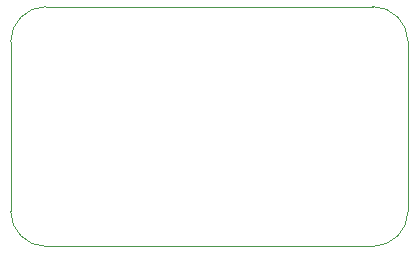
<source format=gm1>
%TF.GenerationSoftware,KiCad,Pcbnew,8.0.7-5-g6f92c4cccf*%
%TF.CreationDate,2025-01-08T11:04:30+08:00*%
%TF.ProjectId,UINIO-USB-UART-CH343,55494e49-4f2d-4555-9342-2d554152542d,Version 5.0.0*%
%TF.SameCoordinates,PX8be9df0PY5020b20*%
%TF.FileFunction,Profile,NP*%
%FSLAX46Y46*%
G04 Gerber Fmt 4.6, Leading zero omitted, Abs format (unit mm)*
G04 Created by KiCad (PCBNEW 8.0.7-5-g6f92c4cccf) date 2025-01-08 11:04:30*
%MOMM*%
%LPD*%
G01*
G04 APERTURE LIST*
%TA.AperFunction,Profile*%
%ADD10C,0.100000*%
%TD*%
G04 APERTURE END LIST*
D10*
X27400000Y0D02*
G75*
G02*
X30400000Y-3000000I0J-3000000D01*
G01*
X27400000Y-20300000D02*
X-260000Y-20300000D01*
X1945000Y0D02*
X8195000Y0D01*
X30400000Y-17300000D02*
G75*
G02*
X27400000Y-20300000I-3000000J0D01*
G01*
X30400000Y-3000000D02*
X30400000Y-17300000D01*
X-260000Y-20300000D02*
G75*
G02*
X-3260000Y-17300000I0J3000000D01*
G01*
X-3260000Y-3000000D02*
G75*
G02*
X-260000Y0I3000000J0D01*
G01*
X-260000Y0D02*
X1945000Y0D01*
X-3260000Y-17300000D02*
X-3260000Y-3000000D01*
X8045000Y0D02*
X27400000Y0D01*
X8195000Y0D02*
X8045000Y0D01*
M02*

</source>
